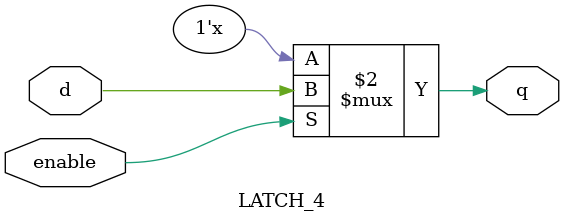
<source format=v>
module LATCH_4(input d, enable, output reg q);
always @( d or enable)
    if(enable)
	    q <= d;
endmodule
</source>
